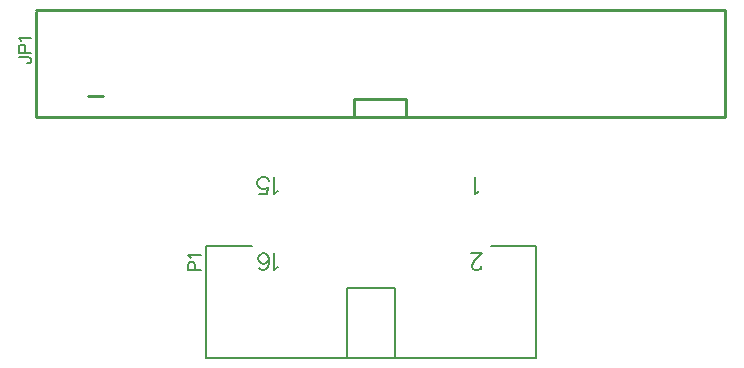
<source format=gto>
G04 Layer: TopSilkscreenLayer*
G04 EasyEDA v6.5.23, 2023-05-02 12:46:33*
G04 Gerber Generator version 0.2*
G04 Scale: 100 percent, Rotated: No, Reflected: No *
G04 Dimensions in millimeters *
G04 leading zeros omitted , absolute positions ,4 integer and 5 decimal *
%FSLAX45Y45*%
%MOMM*%

%ADD10C,0.1524*%
%ADD11C,0.1499*%
%ADD12C,0.2540*%
%ADD13C,0.2007*%

%LPD*%
D10*
X938784Y8992870D02*
G01*
X1021842Y8992870D01*
X1037589Y8987536D01*
X1042670Y8982455D01*
X1047750Y8972042D01*
X1047750Y8961628D01*
X1042670Y8951213D01*
X1037589Y8945879D01*
X1021842Y8940800D01*
X1011428Y8940800D01*
X938784Y9027160D02*
G01*
X1047750Y9027160D01*
X938784Y9027160D02*
G01*
X938784Y9073895D01*
X943863Y9089389D01*
X949197Y9094470D01*
X959612Y9099804D01*
X975105Y9099804D01*
X985520Y9094470D01*
X990600Y9089389D01*
X995934Y9073895D01*
X995934Y9027160D01*
X959612Y9134094D02*
G01*
X954278Y9144508D01*
X938784Y9160002D01*
X1047750Y9160002D01*
X2373884Y7188200D02*
G01*
X2482850Y7188200D01*
X2373884Y7188200D02*
G01*
X2373884Y7234936D01*
X2378963Y7250429D01*
X2384297Y7255763D01*
X2394711Y7260844D01*
X2410206Y7260844D01*
X2420620Y7255763D01*
X2425700Y7250429D01*
X2431034Y7234936D01*
X2431034Y7188200D01*
X2394711Y7295134D02*
G01*
X2389377Y7305547D01*
X2373884Y7321295D01*
X2482850Y7321295D01*
D11*
X3134359Y7860029D02*
G01*
X3120643Y7853171D01*
X3100324Y7832852D01*
X3100324Y7976108D01*
X2973324Y7832852D02*
G01*
X3041650Y7832852D01*
X3048508Y7894065D01*
X3041650Y7887462D01*
X3021075Y7880604D01*
X3000502Y7880604D01*
X2980181Y7887462D01*
X2966465Y7900923D01*
X2959608Y7921497D01*
X2959608Y7935213D01*
X2966465Y7955534D01*
X2980181Y7969250D01*
X3000502Y7976108D01*
X3021075Y7976108D01*
X3041650Y7969250D01*
X3048508Y7962392D01*
X3055111Y7948676D01*
X3134359Y7217410D02*
G01*
X3120643Y7210552D01*
X3100324Y7190231D01*
X3100324Y7333487D01*
X2973324Y7210552D02*
G01*
X2980181Y7197089D01*
X3000502Y7190231D01*
X3014218Y7190231D01*
X3034791Y7197089D01*
X3048508Y7217410D01*
X3055111Y7251445D01*
X3055111Y7285736D01*
X3048508Y7312913D01*
X3034791Y7326629D01*
X3014218Y7333487D01*
X3007359Y7333487D01*
X2987040Y7326629D01*
X2973324Y7312913D01*
X2966465Y7292594D01*
X2966465Y7285736D01*
X2973324Y7265162D01*
X2987040Y7251445D01*
X3007359Y7244842D01*
X3014218Y7244842D01*
X3034791Y7251445D01*
X3048508Y7265162D01*
X3055111Y7285736D01*
X4838700Y7860029D02*
G01*
X4824984Y7853171D01*
X4804663Y7832852D01*
X4804663Y7976108D01*
X4857241Y7224268D02*
G01*
X4857241Y7217410D01*
X4850384Y7203694D01*
X4843525Y7197089D01*
X4830063Y7190231D01*
X4802631Y7190231D01*
X4788915Y7197089D01*
X4782311Y7203694D01*
X4775454Y7217410D01*
X4775454Y7231126D01*
X4782311Y7244842D01*
X4795774Y7265162D01*
X4864100Y7333487D01*
X4768595Y7333487D01*
D12*
X1524000Y8663939D02*
G01*
X1651000Y8663939D01*
X1084579Y9390379D02*
G01*
X6916420Y9390379D01*
X6916420Y8491220D01*
X1084579Y8491220D01*
X1084579Y9380220D01*
X3779520Y8491220D02*
G01*
X3779520Y8641079D01*
X4221479Y8641079D01*
X4221479Y8491220D01*
D13*
X4129277Y6446520D02*
G01*
X4129277Y7043420D01*
X3719322Y7043420D01*
X3719322Y6446520D01*
X5321300Y6446520D02*
G01*
X5321300Y7391400D01*
X4935727Y7391400D01*
X2912872Y7391400D02*
G01*
X2527300Y7391400D01*
X2527300Y6446520D01*
X5321300Y6446520D01*
M02*

</source>
